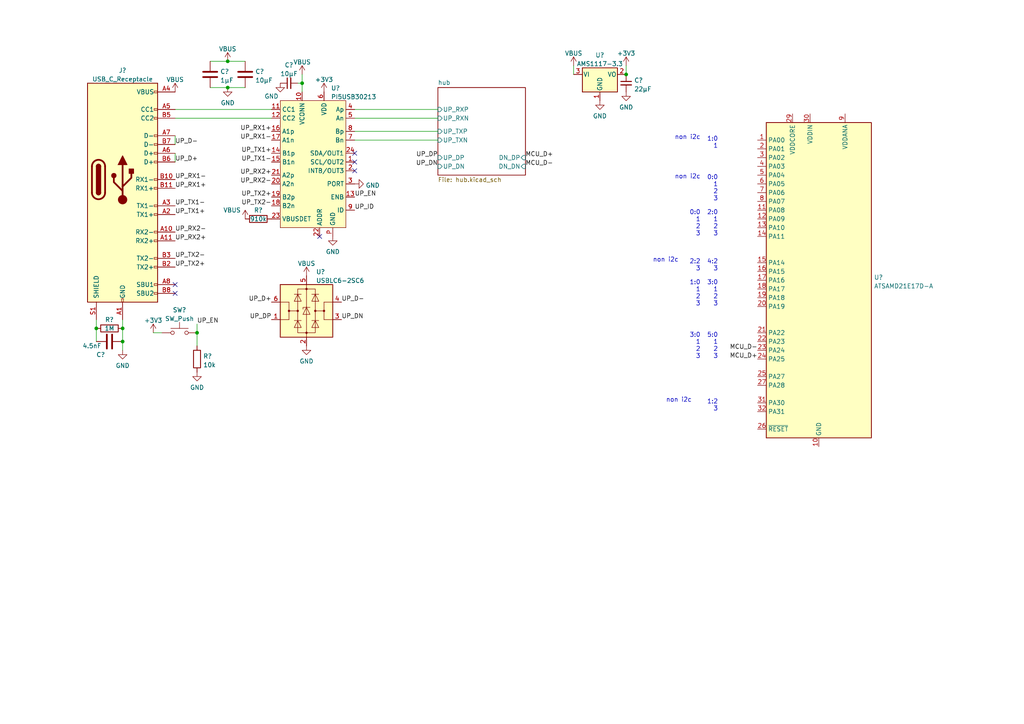
<source format=kicad_sch>
(kicad_sch (version 20211123) (generator eeschema)
  (paper "A4")
  (lib_symbols
    (symbol "Connector:USB_C_Receptacle" (pin_names (offset 1.016))
      (property "Reference" "J" (at -10.16 29.21 0))
      (property "Value" "USB_C_Receptacle" (at 10.16 29.21 0))
      (symbol "USB_C_Receptacle_0_0"
        (rectangle (start -0.254 -35.56) (end 0.254 -34.544))
        (rectangle (start 10.16 -32.766) (end 9.144 -33.274))
        (rectangle (start 10.16 -30.226) (end 9.144 -30.734))
        (rectangle (start 10.16 -25.146) (end 9.144 -25.654))
        (rectangle (start 10.16 -22.606) (end 9.144 -23.114))
        (rectangle (start 10.16 -17.526) (end 9.144 -18.034))
        (rectangle (start 10.16 -14.986) (end 9.144 -15.494))
        (rectangle (start 10.16 -9.906) (end 9.144 -10.414))
        (rectangle (start 10.16 -7.366) (end 9.144 -7.874))
        (rectangle (start 10.16 -2.286) (end 9.144 -2.794))
        (rectangle (start 10.16 0.254) (end 9.144 -0.254))
        (rectangle (start 10.16 5.334) (end 9.144 4.826))
        (rectangle (start 10.16 7.874) (end 9.144 7.366))
        (rectangle (start 10.16 10.414) (end 9.144 9.906))
        (rectangle (start 10.16 12.954) (end 9.144 12.446))
        (rectangle (start 10.16 18.034) (end 9.144 17.526))
        (rectangle (start 10.16 20.574) (end 9.144 20.066))
        (rectangle (start 10.16 25.654) (end 9.144 25.146))
      )
      (symbol "USB_C_Receptacle_0_1"
        (rectangle (start -10.16 27.94) (end 10.16 -35.56) (stroke (width 0.254)) (fill (type background)))
        (arc (start -8.89 -3.81) (mid -6.985 -5.715) (end -5.08 -3.81) (stroke (width 0.508)))
        (arc (start -7.62 -3.81) (mid -6.985 -4.445) (end -6.35 -3.81) (stroke (width 0.254)))
        (arc (start -7.62 -3.81) (mid -6.985 -4.445) (end -6.35 -3.81) (stroke (width 0.254)) (fill (type outline)))
        (rectangle (start -7.62 -3.81) (end -6.35 3.81) (stroke (width 0.254)) (fill (type outline)))
        (arc (start -6.35 3.81) (mid -6.985 4.445) (end -7.62 3.81) (stroke (width 0.254)))
        (arc (start -6.35 3.81) (mid -6.985 4.445) (end -7.62 3.81) (stroke (width 0.254)) (fill (type outline)))
        (arc (start -5.08 3.81) (mid -6.985 5.715) (end -8.89 3.81) (stroke (width 0.508)))
        (polyline (pts (xy -8.89 -3.81) (xy -8.89 3.81)) (stroke (width 0.508)))
        (polyline (pts (xy -5.08 3.81) (xy -5.08 -3.81)) (stroke (width 0.508)))
      )
      (symbol "USB_C_Receptacle_1_1"
        (circle (center -2.54 1.143) (radius 0.635) (stroke (width 0.254)) (fill (type outline)))
        (circle (center 0 -5.842) (radius 1.27) (fill (type outline)))
        (polyline (pts (xy 0 -5.842) (xy 0 4.318)) (stroke (width 0.508)))
        (polyline (pts (xy 0 -3.302) (xy -2.54 -0.762) (xy -2.54 0.508)) (stroke (width 0.508)))
        (polyline (pts (xy 0 -2.032) (xy 2.54 0.508) (xy 2.54 1.778)) (stroke (width 0.508)))
        (polyline (pts (xy -1.27 4.318) (xy 0 6.858) (xy 1.27 4.318) (xy -1.27 4.318)) (stroke (width 0.254)) (fill (type outline)))
        (rectangle (start 1.905 1.778) (end 3.175 3.048) (stroke (width 0.254)) (fill (type outline)))
        (pin passive line (at 0 -40.64 90) (length 5.08) (name "GND") (number "A1"))
        (pin bidirectional line (at 15.24 -15.24 180) (length 5.08) (name "RX2-") (number "A10"))
        (pin bidirectional line (at 15.24 -17.78 180) (length 5.08) (name "RX2+") (number "A11"))
        (pin passive line (at 0 -40.64 90) (length 5.08) hide (name "GND") (number "A12"))
        (pin bidirectional line (at 15.24 -10.16 180) (length 5.08) (name "TX1+") (number "A2"))
        (pin bidirectional line (at 15.24 -7.62 180) (length 5.08) (name "TX1-") (number "A3"))
        (pin passive line (at 15.24 25.4 180) (length 5.08) (name "VBUS") (number "A4"))
        (pin bidirectional line (at 15.24 20.32 180) (length 5.08) (name "CC1") (number "A5"))
        (pin bidirectional line (at 15.24 7.62 180) (length 5.08) (name "D+") (number "A6"))
        (pin bidirectional line (at 15.24 12.7 180) (length 5.08) (name "D-") (number "A7"))
        (pin bidirectional line (at 15.24 -30.48 180) (length 5.08) (name "SBU1") (number "A8"))
        (pin passive line (at 15.24 25.4 180) (length 5.08) hide (name "VBUS") (number "A9"))
        (pin passive line (at 0 -40.64 90) (length 5.08) hide (name "GND") (number "B1"))
        (pin bidirectional line (at 15.24 0 180) (length 5.08) (name "RX1-") (number "B10"))
        (pin bidirectional line (at 15.24 -2.54 180) (length 5.08) (name "RX1+") (number "B11"))
        (pin passive line (at 0 -40.64 90) (length 5.08) hide (name "GND") (number "B12"))
        (pin bidirectional line (at 15.24 -25.4 180) (length 5.08) (name "TX2+") (number "B2"))
        (pin bidirectional line (at 15.24 -22.86 180) (length 5.08) (name "TX2-") (number "B3"))
        (pin passive line (at 15.24 25.4 180) (length 5.08) hide (name "VBUS") (number "B4"))
        (pin bidirectional line (at 15.24 17.78 180) (length 5.08) (name "CC2") (number "B5"))
        (pin bidirectional line (at 15.24 5.08 180) (length 5.08) (name "D+") (number "B6"))
        (pin bidirectional line (at 15.24 10.16 180) (length 5.08) (name "D-") (number "B7"))
        (pin bidirectional line (at 15.24 -33.02 180) (length 5.08) (name "SBU2") (number "B8"))
        (pin passive line (at 15.24 25.4 180) (length 5.08) hide (name "VBUS") (number "B9"))
        (pin passive line (at -7.62 -40.64 90) (length 5.08) (name "SHIELD") (number "S1"))
      )
    )
    (symbol "Device:C" (pin_numbers hide) (pin_names (offset 0.254))
      (property "Reference" "C" (at 0.635 2.54 0))
      (property "Value" "C" (at 0.635 -2.54 0))
      (symbol "C_0_1"
        (polyline (pts (xy -2.032 -0.762) (xy 2.032 -0.762)) (stroke (width 0.508)))
        (polyline (pts (xy -2.032 0.762) (xy 2.032 0.762)) (stroke (width 0.508)))
      )
      (symbol "C_1_1"
        (pin passive line (at 0 3.81 270) (length 2.794) (name "~") (number "1"))
        (pin passive line (at 0 -3.81 90) (length 2.794) (name "~") (number "2"))
      )
    )
    (symbol "Device:C_Small" (pin_numbers hide) (pin_names (offset 0.254) hide)
      (property "Reference" "C" (at 0.254 1.778 0))
      (property "Value" "C_Small" (at 0.254 -2.032 0))
      (symbol "C_Small_0_1"
        (polyline (pts (xy -1.524 -0.508) (xy 1.524 -0.508)) (stroke (width 0.3302)))
        (polyline (pts (xy -1.524 0.508) (xy 1.524 0.508)) (stroke (width 0.3048)))
      )
      (symbol "C_Small_1_1"
        (pin passive line (at 0 2.54 270) (length 2.032) (name "~") (number "1"))
        (pin passive line (at 0 -2.54 90) (length 2.032) (name "~") (number "2"))
      )
    )
    (symbol "Device:R" (pin_numbers hide) (pin_names (offset 0))
      (property "Reference" "R" (at 2.032 0 90))
      (property "Value" "R" (at 0 0 90))
      (symbol "R_0_1"
        (rectangle (start -1.016 -2.54) (end 1.016 2.54) (stroke (width 0.254)))
      )
      (symbol "R_1_1"
        (pin passive line (at 0 3.81 270) (length 1.27) (name "~") (number "1"))
        (pin passive line (at 0 -3.81 90) (length 1.27) (name "~") (number "2"))
      )
    )
    (symbol "MCU_Microchip_SAMD:ATSAMD21E17D-A"
      (property "Reference" "U" (at -13.97 46.99 0))
      (property "Value" "ATSAMD21E17D-A" (at 16.51 46.99 0))
      (symbol "ATSAMD21E17D-A_1_1"
        (rectangle (start -15.24 45.72) (end 15.24 -45.72) (stroke (width 0.254)) (fill (type background)))
        (pin bidirectional line (at -17.78 40.64 0) (length 2.54) (name "PA00") (number "1"))
        (pin power_in line (at 0 -48.26 90) (length 2.54) (name "GND") (number "10"))
        (pin bidirectional line (at -17.78 20.32 0) (length 2.54) (name "PA08") (number "11"))
        (pin bidirectional line (at -17.78 17.78 0) (length 2.54) (name "PA09") (number "12"))
        (pin bidirectional line (at -17.78 15.24 0) (length 2.54) (name "PA10") (number "13"))
        (pin bidirectional line (at -17.78 12.7 0) (length 2.54) (name "PA11") (number "14"))
        (pin bidirectional line (at -17.78 5.08 0) (length 2.54) (name "PA14") (number "15"))
        (pin bidirectional line (at -17.78 2.54 0) (length 2.54) (name "PA15") (number "16"))
        (pin bidirectional line (at -17.78 0 0) (length 2.54) (name "PA16") (number "17"))
        (pin bidirectional line (at -17.78 -2.54 0) (length 2.54) (name "PA17") (number "18"))
        (pin bidirectional line (at -17.78 -5.08 0) (length 2.54) (name "PA18") (number "19"))
        (pin bidirectional line (at -17.78 38.1 0) (length 2.54) (name "PA01") (number "2"))
        (pin bidirectional line (at -17.78 -7.62 0) (length 2.54) (name "PA19") (number "20"))
        (pin bidirectional line (at -17.78 -15.24 0) (length 2.54) (name "PA22") (number "21"))
        (pin bidirectional line (at -17.78 -17.78 0) (length 2.54) (name "PA23") (number "22"))
        (pin bidirectional line (at -17.78 -20.32 0) (length 2.54) (name "PA24") (number "23"))
        (pin bidirectional line (at -17.78 -22.86 0) (length 2.54) (name "PA25") (number "24"))
        (pin bidirectional line (at -17.78 -27.94 0) (length 2.54) (name "PA27") (number "25"))
        (pin input line (at -17.78 -43.18 0) (length 2.54) (name "~{RESET}") (number "26"))
        (pin bidirectional line (at -17.78 -30.48 0) (length 2.54) (name "PA28") (number "27"))
        (pin passive line (at 0 -48.26 90) (length 2.54) hide (name "GND") (number "28"))
        (pin power_out line (at -7.62 48.26 270) (length 2.54) (name "VDDCORE") (number "29"))
        (pin bidirectional line (at -17.78 35.56 0) (length 2.54) (name "PA02") (number "3"))
        (pin power_in line (at -2.54 48.26 270) (length 2.54) (name "VDDIN") (number "30"))
        (pin bidirectional line (at -17.78 -35.56 0) (length 2.54) (name "PA30") (number "31"))
        (pin bidirectional line (at -17.78 -38.1 0) (length 2.54) (name "PA31") (number "32"))
        (pin bidirectional line (at -17.78 33.02 0) (length 2.54) (name "PA03") (number "4"))
        (pin bidirectional line (at -17.78 30.48 0) (length 2.54) (name "PA04") (number "5"))
        (pin bidirectional line (at -17.78 27.94 0) (length 2.54) (name "PA05") (number "6"))
        (pin bidirectional line (at -17.78 25.4 0) (length 2.54) (name "PA06") (number "7"))
        (pin bidirectional line (at -17.78 22.86 0) (length 2.54) (name "PA07") (number "8"))
        (pin power_in line (at 7.62 48.26 270) (length 2.54) (name "VDDANA") (number "9"))
      )
    )
    (symbol "Power_Protection:USBLC6-2SC6" (pin_names hide)
      (property "Reference" "U" (at 2.54 8.89 0))
      (property "Value" "USBLC6-2SC6" (at 2.54 -8.89 0))
      (symbol "USBLC6-2SC6_0_1"
        (rectangle (start -7.62 -7.62) (end 7.62 7.62) (stroke (width 0.254)) (fill (type background)))
        (circle (center -5.08 0) (radius 0.254) (fill (type outline)))
        (circle (center -2.54 0) (radius 0.254) (fill (type outline)))
        (rectangle (start -2.54 6.35) (end 2.54 -6.35))
        (circle (center 0 -6.35) (radius 0.254) (fill (type outline)))
        (polyline (pts (xy -5.08 -2.54) (xy -7.62 -2.54)))
        (polyline (pts (xy -5.08 0) (xy -5.08 -2.54)))
        (polyline (pts (xy -5.08 2.54) (xy -7.62 2.54)))
        (polyline (pts (xy -1.524 -2.794) (xy -3.556 -2.794)))
        (polyline (pts (xy -1.524 4.826) (xy -3.556 4.826)))
        (polyline (pts (xy 0 -7.62) (xy 0 -6.35)))
        (polyline (pts (xy 0 -6.35) (xy 0 1.27)))
        (polyline (pts (xy 0 1.27) (xy 0 6.35)))
        (polyline (pts (xy 0 6.35) (xy 0 7.62)))
        (polyline (pts (xy 1.524 -2.794) (xy 3.556 -2.794)))
        (polyline (pts (xy 1.524 4.826) (xy 3.556 4.826)))
        (polyline (pts (xy 5.08 -2.54) (xy 7.62 -2.54)))
        (polyline (pts (xy 5.08 0) (xy 5.08 -2.54)))
        (polyline (pts (xy 5.08 2.54) (xy 7.62 2.54)))
        (polyline (pts (xy -2.54 0) (xy -5.08 0) (xy -5.08 2.54)))
        (polyline (pts (xy 2.54 0) (xy 5.08 0) (xy 5.08 2.54)))
        (polyline (pts (xy -3.556 -4.826) (xy -1.524 -4.826) (xy -2.54 -2.794) (xy -3.556 -4.826)))
        (polyline (pts (xy -3.556 2.794) (xy -1.524 2.794) (xy -2.54 4.826) (xy -3.556 2.794)))
        (polyline (pts (xy -1.016 -1.016) (xy 1.016 -1.016) (xy 0 1.016) (xy -1.016 -1.016)))
        (polyline (pts (xy 1.016 1.016) (xy 0.762 1.016) (xy -1.016 1.016) (xy -1.016 0.508)))
        (polyline (pts (xy 3.556 -4.826) (xy 1.524 -4.826) (xy 2.54 -2.794) (xy 3.556 -4.826)))
        (polyline (pts (xy 3.556 2.794) (xy 1.524 2.794) (xy 2.54 4.826) (xy 3.556 2.794)))
        (circle (center 0 6.35) (radius 0.254) (fill (type outline)))
        (circle (center 2.54 0) (radius 0.254) (fill (type outline)))
        (circle (center 5.08 0) (radius 0.254) (fill (type outline)))
      )
      (symbol "USBLC6-2SC6_1_1"
        (pin passive line (at -10.16 -2.54 0) (length 2.54) (name "I/O1") (number "1"))
        (pin passive line (at 0 -10.16 90) (length 2.54) (name "GND") (number "2"))
        (pin passive line (at 10.16 -2.54 180) (length 2.54) (name "I/O2") (number "3"))
        (pin passive line (at 10.16 2.54 180) (length 2.54) (name "I/O2") (number "4"))
        (pin passive line (at 0 10.16 270) (length 2.54) (name "VBUS") (number "5"))
        (pin passive line (at -10.16 2.54 0) (length 2.54) (name "I/O1") (number "6"))
      )
    )
    (symbol "Regulator_Linear:AMS1117-3.3" (pin_names (offset 0.254))
      (property "Reference" "U" (at -3.81 3.175 0))
      (property "Value" "AMS1117-3.3" (at 0 3.175 0))
      (symbol "AMS1117-3.3_0_1"
        (rectangle (start -5.08 -5.08) (end 5.08 1.905) (stroke (width 0.254)) (fill (type background)))
      )
      (symbol "AMS1117-3.3_1_1"
        (pin power_in line (at 0 -7.62 90) (length 2.54) (name "GND") (number "1"))
        (pin power_out line (at 7.62 0 180) (length 2.54) (name "VO") (number "2"))
        (pin power_in line (at -7.62 0 0) (length 2.54) (name "VI") (number "3"))
      )
    )
    (symbol "Switch:SW_Push" (pin_numbers hide) (pin_names (offset 1.016) hide)
      (property "Reference" "SW" (at 1.27 2.54 0))
      (property "Value" "SW_Push" (at 0 -1.524 0))
      (symbol "SW_Push_0_1"
        (circle (center -2.032 0) (radius 0.508))
        (polyline (pts (xy 0 1.27) (xy 0 3.048)))
        (polyline (pts (xy 2.54 1.27) (xy -2.54 1.27)))
        (circle (center 2.032 0) (radius 0.508))
        (pin passive line (at -5.08 0 0) (length 2.54) (name "1") (number "1"))
        (pin passive line (at 5.08 0 180) (length 2.54) (name "2") (number "2"))
      )
    )
    (symbol "power:+3V3" (power) (pin_names (offset 0))
      (property "Value" "+3V3" (at 0 3.556 0))
      (symbol "+3V3_0_1"
        (polyline (pts (xy -0.762 1.27) (xy 0 2.54)))
        (polyline (pts (xy 0 0) (xy 0 2.54)))
        (polyline (pts (xy 0 2.54) (xy 0.762 1.27)))
      )
      (symbol "+3V3_1_1"
        (pin power_in line (at 0 0 90) (length 0) hide (name "+3V3") (number "1"))
      )
    )
    (symbol "power:GND" (power) (pin_names (offset 0))
      (property "Value" "GND" (at 0 -3.81 0))
      (symbol "GND_0_1"
        (polyline (pts (xy 0 0) (xy 0 -1.27) (xy 1.27 -1.27) (xy 0 -2.54) (xy -1.27 -1.27) (xy 0 -1.27)))
      )
      (symbol "GND_1_1"
        (pin power_in line (at 0 0 270) (length 0) hide (name "GND") (number "1"))
      )
    )
    (symbol "power:VBUS" (power) (pin_names (offset 0))
      (property "Value" "VBUS" (at 0 3.81 0))
      (symbol "VBUS_0_1"
        (polyline (pts (xy -0.762 1.27) (xy 0 2.54)))
        (polyline (pts (xy 0 0) (xy 0 2.54)))
        (polyline (pts (xy 0 2.54) (xy 0.762 1.27)))
      )
      (symbol "VBUS_1_1"
        (pin power_in line (at 0 0 90) (length 0) hide (name "VBUS") (number "1"))
      )
    )
    (symbol "xenua:PI5USB30213"
      (property "Reference" "U" (at 5.08 -16.51 0))
      (property "Value" "PI5USB30213" (at 5.08 -13.97 0))
      (symbol "PI5USB30213_0_1"
        (rectangle (start 3.81 24.13) (end 22.86 -12.7) (stroke (width 0.1524)) (fill (type background)))
      )
      (symbol "PI5USB30213_1_1"
        (pin bidirectional line (at 25.4 6.35 180) (length 2.54) (name "SCL/OUT2") (number "1"))
        (pin power_in line (at 10.16 26.67 270) (length 2.54) (name "VCONN") (number "10"))
        (pin bidirectional line (at 1.27 21.59 0) (length 2.54) (name "CC1") (number "11"))
        (pin bidirectional line (at 1.27 19.05 0) (length 2.54) (name "CC2") (number "12"))
        (pin input line (at 25.4 -3.81 180) (length 2.54) (name "ENB") (number "13"))
        (pin bidirectional line (at 1.27 8.89 0) (length 2.54) (name "B1p") (number "14"))
        (pin bidirectional line (at 1.27 6.35 0) (length 2.54) (name "B1n") (number "15"))
        (pin bidirectional line (at 1.27 15.24 0) (length 2.54) (name "A1p") (number "16"))
        (pin bidirectional line (at 1.27 12.7 0) (length 2.54) (name "A1n") (number "17"))
        (pin bidirectional line (at 1.27 -6.35 0) (length 2.54) (name "B2n") (number "18"))
        (pin bidirectional line (at 1.27 -3.81 0) (length 2.54) (name "B2p") (number "19"))
        (pin open_collector line (at 25.4 3.81 180) (length 2.54) (name "INTB/OUT3") (number "2"))
        (pin bidirectional line (at 1.27 0 0) (length 2.54) (name "A2n") (number "20"))
        (pin bidirectional line (at 1.27 2.54 0) (length 2.54) (name "A2p") (number "21"))
        (pin input line (at 15.24 -15.24 90) (length 2.54) (name "ADDR") (number "22"))
        (pin input line (at 1.27 -10.16 0) (length 2.54) (name "VBUSDET") (number "23"))
        (pin bidirectional line (at 25.4 8.89 180) (length 2.54) (name "SDA/OUT1") (number "24"))
        (pin input line (at 25.4 0 180) (length 2.54) (name "PORT") (number "3"))
        (pin bidirectional line (at 25.4 21.59 180) (length 2.54) (name "Ap") (number "4"))
        (pin bidirectional line (at 25.4 19.05 180) (length 2.54) (name "An") (number "5"))
        (pin power_in line (at 16.51 26.67 270) (length 2.54) (name "VDD") (number "6"))
        (pin bidirectional line (at 25.4 12.7 180) (length 2.54) (name "Bn") (number "7"))
        (pin bidirectional line (at 25.4 15.24 180) (length 2.54) (name "Bp") (number "8"))
        (pin open_collector line (at 25.4 -7.62 180) (length 2.54) (name "ID") (number "9"))
        (pin power_in line (at 19.05 -15.24 90) (length 2.54) (name "GND") (number "P"))
      )
    )
  )
  (junction (at 66.04 25.4))
  (junction (at 35.56 99.06))
  (junction (at 87.63 24.13))
  (junction (at 27.94 95.25))
  (junction (at 57.15 96.52))
  (junction (at 35.56 95.25))
  (junction (at 66.04 17.78))
  (junction (at 181.61 21.59))
  (no_connect (at 92.71 68.58))
  (no_connect (at 102.87 49.53))
  (no_connect (at 102.87 46.99))
  (no_connect (at 102.87 44.45))
  (no_connect (at 50.8 85.09))
  (no_connect (at 50.8 82.55))
  (wire (pts (xy 50.8 31.75) (xy 78.74 31.75)))
  (wire (pts (xy 166.37 19.05) (xy 166.37 21.59)))
  (wire (pts (xy 102.87 38.1) (xy 127 38.1)))
  (wire (pts (xy 35.56 92.71) (xy 35.56 95.25)))
  (wire (pts (xy 60.96 25.4) (xy 66.04 25.4)))
  (wire (pts (xy 86.36 24.13) (xy 87.63 24.13)))
  (wire (pts (xy 57.15 93.98) (xy 57.15 96.52)))
  (wire (pts (xy 50.8 34.29) (xy 78.74 34.29)))
  (wire (pts (xy 27.94 95.25) (xy 27.94 99.06)))
  (wire (pts (xy 87.63 21.59) (xy 87.63 24.13)))
  (wire (pts (xy 50.8 39.37) (xy 50.8 41.91)))
  (wire (pts (xy 35.56 99.06) (xy 35.56 101.6)))
  (wire (pts (xy 50.8 44.45) (xy 50.8 46.99)))
  (wire (pts (xy 87.63 24.13) (xy 87.63 26.67)))
  (wire (pts (xy 44.45 96.52) (xy 46.99 96.52)))
  (wire (pts (xy 57.15 96.52) (xy 57.15 100.33)))
  (wire (pts (xy 102.87 31.75) (xy 127 31.75)))
  (wire (pts (xy 102.87 34.29) (xy 127 34.29)))
  (wire (pts (xy 66.04 25.4) (xy 71.12 25.4)))
  (wire (pts (xy 102.87 40.64) (xy 127 40.64)))
  (wire (pts (xy 66.04 17.78) (xy 71.12 17.78)))
  (wire (pts (xy 60.96 17.78) (xy 66.04 17.78)))
  (wire (pts (xy 35.56 95.25) (xy 35.56 99.06)))
  (wire (pts (xy 27.94 92.71) (xy 27.94 95.25)))
  (wire (pts (xy 181.61 19.05) (xy 181.61 21.59)))
  (text "non i2c" (at 203.2 52.07 180) (effects (font (size 1.27 1.27)) (justify right bottom)))
  (text "2:2\n3" (at 203.2 78.74 180) (effects (font (size 1.27 1.27)) (justify right bottom)))
  (text "non i2c" (at 196.85 76.2 180) (effects (font (size 1.27 1.27)) (justify right bottom)))
  (text "non i2c" (at 203.2 40.64 180) (effects (font (size 1.27 1.27)) (justify right bottom)))
  (text "0:0\n1\n2\n3" (at 208.28 58.42 180) (effects (font (size 1.27 1.27)) (justify right bottom)))
  (text "0:0\n1\n2\n3" (at 203.2 68.58 180) (effects (font (size 1.27 1.27)) (justify right bottom)))
  (text "1:2\n3" (at 208.28 119.38 180) (effects (font (size 1.27 1.27)) (justify right bottom)))
  (text "3:0\n1\n2\n3" (at 203.2 104.14 180) (effects (font (size 1.27 1.27)) (justify right bottom)))
  (text "1:0\n1\n2\n3" (at 203.2 88.9 180) (effects (font (size 1.27 1.27)) (justify right bottom)))
  (text "4:2\n3" (at 208.28 78.74 180) (effects (font (size 1.27 1.27)) (justify right bottom)))
  (text "3:0\n1\n2\n3" (at 208.28 88.9 180) (effects (font (size 1.27 1.27)) (justify right bottom)))
  (text "5:0\n1\n2\n3" (at 208.28 104.14 180) (effects (font (size 1.27 1.27)) (justify right bottom)))
  (text "non i2c" (at 200.66 116.84 180) (effects (font (size 1.27 1.27)) (justify right bottom)))
  (text "\n1:0\n1" (at 208.28 43.18 180) (effects (font (size 1.27 1.27)) (justify right bottom)))
  (text "2:0\n1\n2\n3" (at 208.28 68.58 180) (effects (font (size 1.27 1.27)) (justify right bottom)))
  (label "UP_TX2-" (at 78.74 59.69 180))
  (label "UP_RX2+" (at 50.8 69.85 0))
  (label "UP_TX2-" (at 50.8 74.93 0))
  (label "UP_TX2+" (at 78.74 57.15 180))
  (label "UP_ID" (at 102.87 60.96 0))
  (label "UP_DP" (at 127 45.72 180))
  (label "UP_D+" (at 78.74 87.63 180))
  (label "UP_TX1-" (at 78.74 46.99 180))
  (label "UP_RX1-" (at 78.74 40.64 180))
  (label "MCU_D-" (at 152.4 48.26 0))
  (label "UP_RX2+" (at 78.74 50.8 180))
  (label "UP_EN" (at 57.15 93.98 0))
  (label "UP_RX1+" (at 50.8 54.61 0))
  (label "UP_D-" (at 50.8 41.91 0))
  (label "UP_RX2-" (at 50.8 67.31 0))
  (label "UP_DP" (at 78.74 92.71 180))
  (label "MCU_D+" (at 219.71 104.14 180))
  (label "UP_D-" (at 99.06 87.63 0))
  (label "UP_RX1+" (at 78.74 38.1 180))
  (label "UP_TX1+" (at 78.74 44.45 180))
  (label "MCU_D+" (at 152.4 45.72 0))
  (label "UP_TX1-" (at 50.8 59.69 0))
  (label "UP_DN" (at 99.06 92.71 0))
  (label "UP_TX1+" (at 50.8 62.23 0))
  (label "UP_RX1-" (at 50.8 52.07 0))
  (label "UP_EN" (at 102.87 57.15 0))
  (label "MCU_D-" (at 219.71 101.6 180))
  (label "UP_D+" (at 50.8 46.99 0))
  (label "UP_DN" (at 127 48.26 180))
  (label "UP_TX2+" (at 50.8 77.47 0))
  (label "UP_RX2-" (at 78.74 53.34 180))
  (symbol (lib_id "Device:R") (at 31.75 95.25 90) (unit 1)
    (property "Reference" "R?" (at 31.75 92.71 90))
    (property "Value" "1M" (at 31.75 95.25 90))
  )
  (symbol (lib_id "power:GND") (at 96.52 68.58 0) (unit 1)
    (property "Reference" "#PWR?" (effects hide))
    (property "Value" "GND" (at 96.52 73.0234 0))
  )
  (symbol (lib_id "power:GND") (at 66.04 25.4 0) (unit 1)
    (property "Reference" "#PWR?" (effects hide))
    (property "Value" "GND" (at 66.04 29.8434 0))
  )
  (symbol (lib_id "Device:R") (at 57.15 104.14 0) (unit 1)
    (property "Reference" "R?" (at 58.928 103.3053 0) (effects (justify left)))
    (property "Value" "10k" (at 58.928 105.8422 0) (effects (justify left)))
  )
  (symbol (lib_id "power:GND") (at 35.56 101.6 0) (unit 1)
    (property "Reference" "#PWR?" (effects hide))
    (property "Value" "GND" (at 35.56 106.0434 0))
  )
  (symbol (lib_id "power:+3V3") (at 93.98 26.67 0) (unit 1)
    (property "Reference" "#PWR?" (effects hide))
    (property "Value" "+3V3" (at 93.98 23.0942 0))
  )
  (symbol (lib_id "Device:C_Small") (at 181.61 24.13 0) (unit 1)
    (property "Reference" "C?" (at 183.9341 23.3016 0) (effects (justify left)))
    (property "Value" "22µF" (at 183.9341 25.8385 0) (effects (justify left)))
  )
  (symbol (lib_id "Device:C") (at 60.96 21.59 0) (unit 1)
    (property "Reference" "C?" (at 63.881 20.7553 0) (effects (justify left)))
    (property "Value" "1µF" (at 63.881 23.2922 0) (effects (justify left)))
  )
  (symbol (lib_id "power:GND") (at 181.61 26.67 0) (unit 1)
    (property "Reference" "#PWR?" (effects hide))
    (property "Value" "GND" (at 181.61 31.1134 0))
  )
  (symbol (lib_id "power:GND") (at 102.87 53.34 90) (unit 1)
    (property "Reference" "#PWR?" (effects hide))
    (property "Value" "GND" (at 106.045 53.7738 90) (effects (justify right)))
  )
  (symbol (lib_id "power:GND") (at 57.15 107.95 0) (unit 1)
    (property "Reference" "#PWR?" (effects hide))
    (property "Value" "GND" (at 57.15 112.3934 0))
  )
  (symbol (lib_id "Device:C_Small") (at 83.82 24.13 90) (unit 1)
    (property "Reference" "C?" (at 83.8263 18.8681 90))
    (property "Value" "10µF" (at 83.8263 21.405 90))
  )
  (symbol (lib_id "power:+3V3") (at 181.61 19.05 0) (unit 1)
    (property "Reference" "#PWR?" (effects hide))
    (property "Value" "+3V3" (at 181.61 15.4742 0))
  )
  (symbol (lib_id "Device:R") (at 74.93 63.5 90) (unit 1)
    (property "Reference" "R?" (at 74.93 60.96 90))
    (property "Value" "910k" (at 74.93 63.5 90))
  )
  (symbol (lib_id "Power_Protection:USBLC6-2SC6") (at 88.9 90.17 0) (unit 1)
    (property "Reference" "U?" (at 91.6687 78.8502 0) (effects (justify left)))
    (property "Value" "USBLC6-2SC6" (at 91.6687 81.3871 0) (effects (justify left)))
    (property "Footprint" "Package_TO_SOT_SMD:SOT-23-6" (effects hide))
    (property "Datasheet" "https://www.st.com/resource/en/datasheet/usblc6-2.pdf" (effects hide))
  )
  (symbol (lib_id "Switch:SW_Push") (at 52.07 96.52 0) (unit 1)
    (property "Reference" "SW?" (at 52.07 89.8992 0))
    (property "Value" "SW_Push" (at 52.07 92.4361 0))
  )
  (symbol (lib_id "power:VBUS") (at 66.04 17.78 0) (unit 1)
    (property "Reference" "#PWR?" (effects hide))
    (property "Value" "VBUS" (at 66.04 14.2042 0))
  )
  (symbol (lib_id "power:GND") (at 81.28 24.13 0) (unit 1)
    (property "Reference" "#PWR?" (effects hide))
    (property "Value" "GND" (at 78.74 27.94 0))
  )
  (symbol (lib_id "power:VBUS") (at 88.9 80.01 0) (unit 1)
    (property "Reference" "#PWR?" (effects hide))
    (property "Value" "VBUS" (at 88.9 76.4342 0))
  )
  (symbol (lib_id "power:GND") (at 88.9 100.33 0) (unit 1)
    (property "Reference" "#PWR?" (effects hide))
    (property "Value" "GND" (at 88.9 104.7734 0))
  )
  (symbol (lib_id "power:VBUS") (at 71.12 63.5 0) (unit 1)
    (property "Reference" "#PWR?" (effects hide))
    (property "Value" "VBUS" (at 67.31 60.96 0))
  )
  (symbol (lib_id "power:GND") (at 173.99 29.21 0) (unit 1)
    (property "Reference" "#PWR?" (effects hide))
    (property "Value" "GND" (at 173.99 33.6534 0))
  )
  (symbol (lib_id "power:VBUS") (at 166.37 19.05 0) (unit 1)
    (property "Reference" "#PWR?" (effects hide))
    (property "Value" "VBUS" (at 166.37 15.4742 0))
  )
  (symbol (lib_id "Connector:USB_C_Receptacle") (at 35.56 52.07 0) (unit 1)
    (property "Reference" "J?" (at 35.56 20.4302 0))
    (property "Value" "USB_C_Receptacle" (at 35.56 22.9671 0))
    (property "Datasheet" "https://www.usb.org/sites/default/files/documents/usb_type-c.zip" (effects hide))
  )
  (symbol (lib_id "Device:C") (at 71.12 21.59 0) (unit 1)
    (property "Reference" "C?" (at 74.041 20.7553 0) (effects (justify left)))
    (property "Value" "10µF" (at 74.041 23.2922 0) (effects (justify left)))
  )
  (symbol (lib_id "power:VBUS") (at 87.63 21.59 0) (unit 1)
    (property "Reference" "#PWR?" (effects hide))
    (property "Value" "VBUS" (at 87.63 18.0142 0))
  )
  (symbol (lib_id "Regulator_Linear:AMS1117-3.3") (at 173.99 21.59 0) (unit 1)
    (property "Reference" "U?" (at 173.99 15.9852 0))
    (property "Value" "AMS1117-3.3" (at 173.99 18.5221 0))
    (property "Footprint" "Package_TO_SOT_SMD:SOT-223-3_TabPin2" (effects hide))
    (property "Datasheet" "http://www.advanced-monolithic.com/pdf/ds1117.pdf" (effects hide))
  )
  (symbol (lib_id "Device:C") (at 31.75 99.06 90) (unit 1)
    (property "Reference" "C?" (at 29.21 102.87 90))
    (property "Value" "4.5nF" (at 26.67 100.33 90))
  )
  (symbol (lib_id "MCU_Microchip_SAMD:ATSAMD21E17D-A") (at 237.49 81.28 0) (unit 1)
    (property "Reference" "U?" (at 253.492 80.4453 0) (effects (justify left)))
    (property "Value" "ATSAMD21E17D-A" (at 253.492 82.9822 0) (effects (justify left)))
    (property "Footprint" "Package_QFP:TQFP-32_7x7mm_P0.8mm" (effects hide))
    (property "Datasheet" "http://ww1.microchip.com/downloads/en/DeviceDoc/SAM_D21_DA1_Family_Data%20Sheet_DS40001882E.pdf" (effects hide))
  )
  (symbol (lib_id "power:VBUS") (at 50.8 26.67 0) (unit 1)
    (property "Reference" "#PWR?" (effects hide))
    (property "Value" "VBUS" (at 50.8 23.0942 0))
  )
  (symbol (lib_id "xenua:PI5USB30213") (at 77.47 53.34 0) (unit 1)
    (property "Reference" "U?" (at 95.9994 25.561 0) (effects (justify left)))
    (property "Value" "PI5USB30213" (at 95.9994 28.0979 0) (effects (justify left)))
  )
  (symbol (lib_id "power:+3V3") (at 44.45 96.52 0) (unit 1)
    (property "Reference" "#PWR?" (effects hide))
    (property "Value" "+3V3" (at 44.45 92.9442 0))
  )
  (sheet (at 127 25.4) (size 25.4 25.4) (stroke (width 0.1524))
    (property "Sheet name" "hub" (at 127 24.6884 0) (effects (justify left bottom)))
    (property "Sheet file" "hub.kicad_sch" (at 127 51.3846 0) (effects (justify left top)))
    (pin "UP_DP" input (at 127 45.72 180))
    (pin "UP_DN" input (at 127 48.26 180))
    (pin "UP_TXP" input (at 127 38.1 180))
    (pin "UP_TXN" input (at 127 40.64 180))
    (pin "UP_RXN" input (at 127 34.29 180))
    (pin "UP_RXP" input (at 127 31.75 180))
    (pin "DN_DP" input (at 152.4 45.72 0))
    (pin "DN_DN" input (at 152.4 48.26 0))
  )
)
</source>
